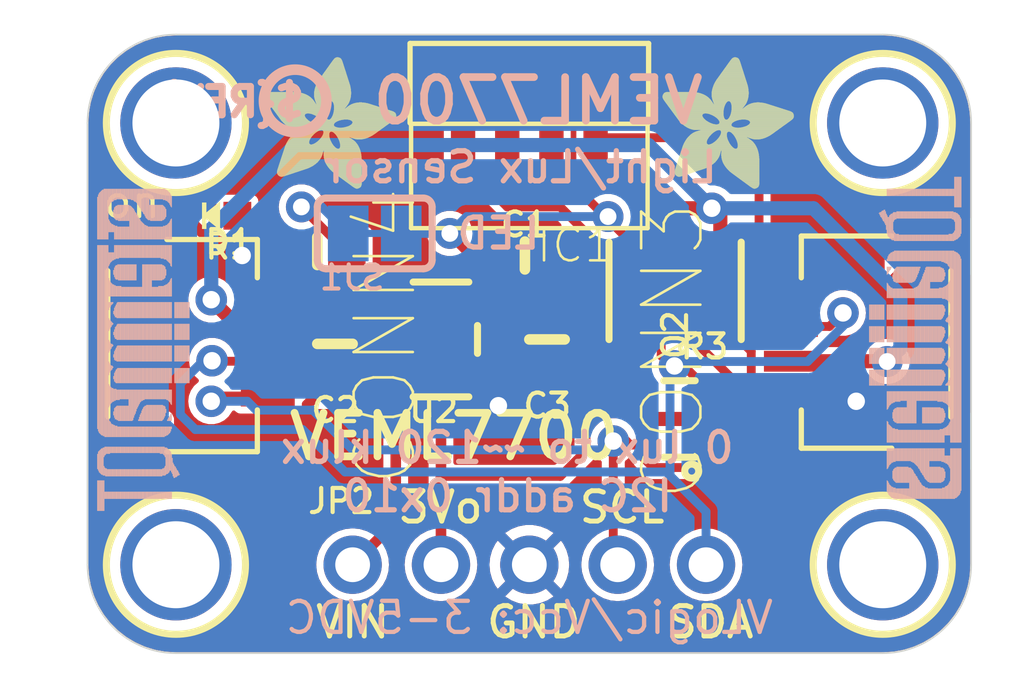
<source format=kicad_pcb>
(kicad_pcb (version 20221018) (generator pcbnew)
  (layers (0 "F.Cu" signal) (31 "B.Cu" signal) (34 "B.Paste" user) (35 "F.Paste" user) (36 "B.SilkS" user "B.Silkscreen") (37 "F.SilkS" user "F.Silkscreen") (38 "B.Mask" user) (39 "F.Mask" user) (44 "Edge.Cuts" user))
  (net 0 "")
  (net 1 "GND")
  (net 2 "SDA")
  (net 3 "SCL")
  (net 4 "SCL_3V")
  (net 5 "SDA_3V")
  (net 6 "3.3V")
  (net 7 "VCC")
  (net 8 "N$1")
  (net 9 "N$2")
  (footprint "working:FIDUCIAL_1MM" (layer "F.Cu") (at 155.8671 97.1296)
    (fp_text reference "FID4" hide)
    (fp_text value "FIDUCIAL_1MM" hide)
    (pad "1" smd roundrect (at 0 0) (size 1 1) (layers "F.Cu" "F.Mask") (roundrect_rratio 0.5))
  )
  (footprint "working:ADAFRUIT_3.5MM" (layer "F.Cu") (at 152.3111 100.5586)
    (fp_text reference "U$4" hide)
    (fp_text value "" hide)
  )
  (footprint "working:MOUNTINGHOLE_2.5_PLATED" (layer "F.Cu") (at 158.6611 111.3536)
    (fp_text reference "U$21" hide)
    (fp_text value "MOUNTINGHOLE2.5" hide)
    (pad "P$1" thru_hole circle (at 0 0) (size 3.2 3.2) (drill 2.5) (layers "*.Cu" "*.Mask"))
    (zone (net 0) (net_name "") (layer "F.Cu") (connect_pads (clearance 0)) (min_thickness 0.25)
      (keepout (tracks not_allowed) (vias not_allowed) (pads not_allowed) (copperpour not_allowed) (footprints allowed))
      (fill (thermal_gap 0.5) (thermal_bridge_width 0.5))
      (polygon (pts (xy 160.6771 111.3536) (xy 160.65748 111.073027) (xy 160.599004 110.797915) (xy 160.502808 110.533619) (xy 160.370765 110.285283) (xy 160.205446 110.05774) (xy 160.010067 109.85542) (xy 159.788433 109.68226) (xy 159.544856 109.541631) (xy 159.284078 109.43627) (xy 159.011175 109.368228) (xy 158.731457 109.338828) (xy 158.450371 109.348644) (xy 158.173385 109.397484) (xy 157.905893 109.484397) (xy 157.6531 109.607693) (xy 157.419926 109.76497) (xy 157.210911 109.953169) (xy 157.030122 110.168625) (xy 156.881078 110.407145) (xy 156.76668 110.664087) (xy 156.689154 110.93445) (xy 156.650011 111.212971) (xy 156.650011 111.494229) (xy 156.689154 111.77275) (xy 156.76668 112.043113) (xy 156.881078 112.300055) (xy 157.030122 112.538575) (xy 157.210911 112.754031) (xy 157.419926 112.94223) (xy 157.6531 113.099507) (xy 157.905893 113.222803) (xy 158.173385 113.309716) (xy 158.450371 113.358556) (xy 158.731457 113.368372) (xy 159.011175 113.338972) (xy 159.284078 113.27093) (xy 159.544856 113.165569) (xy 159.788433 113.02494) (xy 160.010067 112.85178) (xy 160.205446 112.64946) (xy 160.370765 112.421917) (xy 160.502808 112.173581) (xy 160.599004 111.909285) (xy 160.65748 111.634173)))
      (polygon (pts (xy 158.6451 111.3536) (xy 158.649786 111.364914) (xy 158.6611 111.3696) (xy 158.672414 111.364914) (xy 158.6771 111.3536) (xy 158.672414 111.342286) (xy 158.6611 111.3376) (xy 158.649786 111.342286)))
    )
    (zone (net 0) (net_name "") (layer "B.Cu") (connect_pads (clearance 0)) (min_thickness 0.25)
      (keepout (tracks not_allowed) (vias not_allowed) (pads not_allowed) (copperpour not_allowed) (footprints allowed))
      (fill (thermal_gap 0.5) (thermal_bridge_width 0.5))
      (polygon (pts (xy 160.6771 111.3536) (xy 160.65748 111.073027) (xy 160.599004 110.797915) (xy 160.502808 110.533619) (xy 160.370765 110.285283) (xy 160.205446 110.05774) (xy 160.010067 109.85542) (xy 159.788433 109.68226) (xy 159.544856 109.541631) (xy 159.284078 109.43627) (xy 159.011175 109.368228) (xy 158.731457 109.338828) (xy 158.450371 109.348644) (xy 158.173385 109.397484) (xy 157.905893 109.484397) (xy 157.6531 109.607693) (xy 157.419926 109.76497) (xy 157.210911 109.953169) (xy 157.030122 110.168625) (xy 156.881078 110.407145) (xy 156.76668 110.664087) (xy 156.689154 110.93445) (xy 156.650011 111.212971) (xy 156.650011 111.494229) (xy 156.689154 111.77275) (xy 156.76668 112.043113) (xy 156.881078 112.300055) (xy 157.030122 112.538575) (xy 157.210911 112.754031) (xy 157.419926 112.94223) (xy 157.6531 113.099507) (xy 157.905893 113.222803) (xy 158.173385 113.309716) (xy 158.450371 113.358556) (xy 158.731457 113.368372) (xy 159.011175 113.338972) (xy 159.284078 113.27093) (xy 159.544856 113.165569) (xy 159.788433 113.02494) (xy 160.010067 112.85178) (xy 160.205446 112.64946) (xy 160.370765 112.421917) (xy 160.502808 112.173581) (xy 160.599004 111.909285) (xy 160.65748 111.634173)))
      (polygon (pts (xy 158.6451 111.3536) (xy 158.649786 111.364914) (xy 158.6611 111.3696) (xy 158.672414 111.364914) (xy 158.6771 111.3536) (xy 158.672414 111.342286) (xy 158.6611 111.3376) (xy 158.649786 111.342286)))
    )
  )
  (footprint "working:0805-NO" (layer "F.Cu") (at 149.0091 104.8766 -90)
    (fp_text reference "C3" (at 1.905 -0.762) (layer "F.SilkS") (effects (font (size 0.692831 0.692831) (thickness 0.119969)) (justify right)))
    (fp_text value "10uF")
    (pad "1" smd rect (at -0.95 0 270) (size 1.24 1.5) (layers "F.Cu" "F.Paste" "F.Mask") (net 6 "3.3V"))
    (pad "2" smd rect (at 0.95 0 270) (size 1.24 1.5) (layers "F.Cu" "F.Paste" "F.Mask") (net 1 "GND"))
  )
  (footprint "working:SOT363" (layer "F.Cu") (at 152.8191 107.1626 90)
    (fp_text reference "Q2" (at 1.651 -0.127 90) (layer "F.SilkS") (effects (font (size 0.692831 0.692831) (thickness 0.119969)) (justify left)))
    (fp_text value "BSS138")
    (pad "1" smd rect (at -0.75 0.9 90) (size 0.5 0.5) (layers "F.Cu" "F.Paste" "F.Mask") (net 4 "SCL_3V"))
    (pad "2" smd rect (at 0 0.9 90) (size 0.4 0.5) (layers "F.Cu" "F.Paste" "F.Mask") (net 6 "3.3V"))
    (pad "3" smd rect (at 0.75 0.9 90) (size 0.5 0.5) (layers "F.Cu" "F.Paste" "F.Mask") (net 2 "SDA"))
    (pad "4" smd rect (at 0.75 -0.9 90) (size 0.5 0.5) (layers "F.Cu" "F.Paste" "F.Mask") (net 5 "SDA_3V"))
    (pad "5" smd rect (at 0 -0.9 90) (size 0.4 0.5) (layers "F.Cu" "F.Paste" "F.Mask") (net 6 "3.3V"))
    (pad "6" smd rect (at -0.75 -0.9 90) (size 0.5 0.5) (layers "F.Cu" "F.Paste" "F.Mask") (net 3 "SCL"))
  )
  (footprint "working:MOUNTINGHOLE_2.5_PLATED" (layer "F.Cu") (at 158.6611 98.6536)
    (fp_text reference "U$17" hide)
    (fp_text value "MOUNTINGHOLE2.5" hide)
    (pad "P$1" thru_hole circle (at 0 0) (size 3.2 3.2) (drill 2.5) (layers "*.Cu" "*.Mask"))
    (zone (net 0) (net_name "") (layer "F.Cu") (connect_pads (clearance 0)) (min_thickness 0.25)
      (keepout (tracks not_allowed) (vias not_allowed) (pads not_allowed) (copperpour not_allowed) (footprints allowed))
      (fill (thermal_gap 0.5) (thermal_bridge_width 0.5))
      (polygon (pts (xy 160.6771 98.6536) (xy 160.65748 98.373027) (xy 160.599004 98.097915) (xy 160.502808 97.833619) (xy 160.370765 97.585283) (xy 160.205446 97.35774) (xy 160.010067 97.15542) (xy 159.788433 96.98226) (xy 159.544856 96.841631) (xy 159.284078 96.73627) (xy 159.011175 96.668228) (xy 158.731457 96.638828) (xy 158.450371 96.648644) (xy 158.173385 96.697484) (xy 157.905893 96.784397) (xy 157.6531 96.907693) (xy 157.419926 97.06497) (xy 157.210911 97.253169) (xy 157.030122 97.468625) (xy 156.881078 97.707145) (xy 156.76668 97.964087) (xy 156.689154 98.23445) (xy 156.650011 98.512971) (xy 156.650011 98.794229) (xy 156.689154 99.07275) (xy 156.76668 99.343113) (xy 156.881078 99.600055) (xy 157.030122 99.838575) (xy 157.210911 100.054031) (xy 157.419926 100.24223) (xy 157.6531 100.399507) (xy 157.905893 100.522803) (xy 158.173385 100.609716) (xy 158.450371 100.658556) (xy 158.731457 100.668372) (xy 159.011175 100.638972) (xy 159.284078 100.57093) (xy 159.544856 100.465569) (xy 159.788433 100.32494) (xy 160.010067 100.15178) (xy 160.205446 99.94946) (xy 160.370765 99.721917) (xy 160.502808 99.473581) (xy 160.599004 99.209285) (xy 160.65748 98.934173)))
      (polygon (pts (xy 158.6451 98.6536) (xy 158.649786 98.664914) (xy 158.6611 98.6696) (xy 158.672414 98.664914) (xy 158.6771 98.6536) (xy 158.672414 98.642286) (xy 158.6611 98.6376) (xy 158.649786 98.642286)))
    )
    (zone (net 0) (net_name "") (layer "B.Cu") (connect_pads (clearance 0)) (min_thickness 0.25)
      (keepout (tracks not_allowed) (vias not_allowed) (pads not_allowed) (copperpour not_allowed) (footprints allowed))
      (fill (thermal_gap 0.5) (thermal_bridge_width 0.5))
      (polygon (pts (xy 160.6771 98.6536) (xy 160.65748 98.373027) (xy 160.599004 98.097915) (xy 160.502808 97.833619) (xy 160.370765 97.585283) (xy 160.205446 97.35774) (xy 160.010067 97.15542) (xy 159.788433 96.98226) (xy 159.544856 96.841631) (xy 159.284078 96.73627) (xy 159.011175 96.668228) (xy 158.731457 96.638828) (xy 158.450371 96.648644) (xy 158.173385 96.697484) (xy 157.905893 96.784397) (xy 157.6531 96.907693) (xy 157.419926 97.06497) (xy 157.210911 97.253169) (xy 157.030122 97.468625) (xy 156.881078 97.707145) (xy 156.76668 97.964087) (xy 156.689154 98.23445) (xy 156.650011 98.512971) (xy 156.650011 98.794229) (xy 156.689154 99.07275) (xy 156.76668 99.343113) (xy 156.881078 99.600055) (xy 157.030122 99.838575) (xy 157.210911 100.054031) (xy 157.419926 100.24223) (xy 157.6531 100.399507) (xy 157.905893 100.522803) (xy 158.173385 100.609716) (xy 158.450371 100.658556) (xy 158.731457 100.668372) (xy 159.011175 100.638972) (xy 159.284078 100.57093) (xy 159.544856 100.465569) (xy 159.788433 100.32494) (xy 160.010067 100.15178) (xy 160.205446 99.94946) (xy 160.370765 99.721917) (xy 160.502808 99.473581) (xy 160.599004 99.209285) (xy 160.65748 98.934173)))
      (polygon (pts (xy 158.6451 98.6536) (xy 158.649786 98.664914) (xy 158.6611 98.6696) (xy 158.672414 98.664914) (xy 158.6771 98.6536) (xy 158.672414 98.642286) (xy 158.6611 98.6376) (xy 158.649786 98.642286)))
    )
  )
  (footprint "working:1X05_ROUND" (layer "F.Cu") (at 148.5011 111.3536)
    (fp_text reference "JP2" (at -6.4262 -1.8288) (layer "F.SilkS") (effects (font (size 0.692831 0.692831) (thickness 0.119969)) (justify left)))
    (fp_text value "")
    (pad "1" thru_hole circle (at -5.08 0 90) (size 1.6764 1.6764) (drill 1) (layers "*.Cu" "*.Mask") (net 7 "VCC"))
    (pad "2" thru_hole circle (at -2.54 0 90) (size 1.6764 1.6764) (drill 1) (layers "*.Cu" "*.Mask") (net 6 "3.3V"))
    (pad "3" thru_hole circle (at 0 0 90) (size 1.6764 1.6764) (drill 1) (layers "*.Cu" "*.Mask") (net 1 "GND"))
    (pad "4" thru_hole circle (at 2.54 0 90) (size 1.6764 1.6764) (drill 1) (layers "*.Cu" "*.Mask") (net 3 "SCL"))
    (pad "5" thru_hole circle (at 5.08 0 90) (size 1.6764 1.6764) (drill 1) (layers "*.Cu" "*.Mask") (net 2 "SDA"))
  )
  (footprint "working:SOT23-5" (layer "F.Cu") (at 145.9611 104.8766 -90)
    (fp_text reference "U2" (at 2.032 -0.562) (layer "F.SilkS") (effects (font (size 0.692831 0.692831) (thickness 0.119969)) (justify right)))
    (fp_text value "AP2112K-3.3")
    (pad "1" smd rect (at -0.95 1.3001 270) (size 0.55 1.2) (layers "F.Cu" "F.Paste" "F.Mask") (net 7 "VCC"))
    (pad "2" smd rect (at 0 1.3001 270) (size 0.55 1.2) (layers "F.Cu" "F.Paste" "F.Mask") (net 1 "GND"))
    (pad "3" smd rect (at 0.95 1.3001 270) (size 0.55 1.2) (layers "F.Cu" "F.Paste" "F.Mask") (net 7 "VCC"))
    (pad "4" smd rect (at 0.95 -1.3001 270) (size 0.55 1.2) (layers "F.Cu" "F.Paste" "F.Mask"))
    (pad "5" smd rect (at -0.95 -1.3001 270) (size 0.55 1.2) (layers "F.Cu" "F.Paste" "F.Mask") (net 6 "3.3V"))
  )
  (footprint "working:FIDUCIAL_1MM" (layer "F.Cu") (at 140.8811 109.3216)
    (fp_text reference "FID3" hide)
    (fp_text value "FIDUCIAL_1MM" hide)
    (pad "1" smd roundrect (at 0 0) (size 1 1) (layers "F.Cu" "F.Mask") (roundrect_rratio 0.5))
  )
  (footprint "working:0603-NO" (layer "F.Cu") (at 142.4051 102.3366 180)
    (fp_text reference "R1" (at 1.778 0.127) (layer "F.SilkS") (effects (font (size 0.692831 0.692831) (thickness 0.119969)) (justify right)))
    (fp_text value "47K")
    (pad "1" smd rect (at -0.85 0 180) (size 1.075 1) (layers "F.Cu" "F.Paste" "F.Mask") (net 9 "N$2"))
    (pad "2" smd rect (at 0.85 0 180) (size 1.075 1) (layers "F.Cu" "F.Paste" "F.Mask") (net 8 "N$1"))
  )
  (footprint "working:MOUNTINGHOLE_2.5_PLATED" (layer "F.Cu") (at 138.3411 98.6536)
    (fp_text reference "U$1" hide)
    (fp_text value "MOUNTINGHOLE2.5" hide)
    (pad "P$1" thru_hole circle (at 0 0) (size 3.2 3.2) (drill 2.5) (layers "*.Cu" "*.Mask"))
    (zone (net 0) (net_name "") (layer "F.Cu") (connect_pads (clearance 0)) (min_thickness 0.25)
      (keepout (tracks not_allowed) (vias not_allowed) (pads not_allowed) (copperpour not_allowed) (footprints allowed))
      (fill (thermal_gap 0.5) (thermal_bridge_width 0.5))
      (polygon (pts (xy 140.3571 98.6536) (xy 140.33748 98.373027) (xy 140.279004 98.097915) (xy 140.182808 97.833619) (xy 140.050765 97.585283) (xy 139.885446 97.35774) (xy 139.690067 97.15542) (xy 139.468433 96.98226) (xy 139.224856 96.841631) (xy 138.964078 96.73627) (xy 138.691175 96.668228) (xy 138.411457 96.638828) (xy 138.130371 96.648644) (xy 137.853385 96.697484) (xy 137.585893 96.784397) (xy 137.3331 96.907693) (xy 137.099926 97.06497) (xy 136.890911 97.253169) (xy 136.710122 97.468625) (xy 136.561078 97.707145) (xy 136.44668 97.964087) (xy 136.369154 98.23445) (xy 136.330011 98.512971) (xy 136.330011 98.794229) (xy 136.369154 99.07275) (xy 136.44668 99.343113) (xy 136.561078 99.600055) (xy 136.710122 99.838575) (xy 136.890911 100.054031) (xy 137.099926 100.24223) (xy 137.3331 100.399507) (xy 137.585893 100.522803) (xy 137.853385 100.609716) (xy 138.130371 100.658556) (xy 138.411457 100.668372) (xy 138.691175 100.638972) (xy 138.964078 100.57093) (xy 139.224856 100.465569) (xy 139.468433 100.32494) (xy 139.690067 100.15178) (xy 139.885446 99.94946) (xy 140.050765 99.721917) (xy 140.182808 99.473581) (xy 140.279004 99.209285) (xy 140.33748 98.934173)))
      (polygon (pts (xy 138.3251 98.6536) (xy 138.329786 98.664914) (xy 138.3411 98.6696) (xy 138.352414 98.664914) (xy 138.3571 98.6536) (xy 138.352414 98.642286) (xy 138.3411 98.6376) (xy 138.329786 98.642286)))
    )
    (zone (net 0) (net_name "") (layer "B.Cu") (connect_pads (clearance 0)) (min_thickness 0.25)
      (keepout (tracks not_allowed) (vias not_allowed) (pads not_allowed) (copperpour not_allowed) (footprints allowed))
      (fill (thermal_gap 0.5) (thermal_bridge_width 0.5))
      (polygon (pts (xy 140.3571 98.6536) (xy 140.33748 98.373027) (xy 140.279004 98.097915) (xy 140.182808 97.833619) (xy 140.050765 97.585283) (xy 139.885446 97.35774) (xy 139.690067 97.15542) (xy 139.468433 96.98226) (xy 139.224856 96.841631) (xy 138.964078 96.73627) (xy 138.691175 96.668228) (xy 138.411457 96.638828) (xy 138.130371 96.648644) (xy 137.853385 96.697484) (xy 137.585893 96.784397) (xy 137.3331 96.907693) (xy 137.099926 97.06497) (xy 136.890911 97.253169) (xy 136.710122 97.468625) (xy 136.561078 97.707145) (xy 136.44668 97.964087) (xy 136.369154 98.23445) (xy 136.330011 98.512971) (xy 136.330011 98.794229) (xy 136.369154 99.07275) (xy 136.44668 99.343113) (xy 136.561078 99.600055) (xy 136.710122 99.838575) (xy 136.890911 100.054031) (xy 137.099926 100.24223) (xy 137.3331 100.399507) (xy 137.585893 100.522803) (xy 137.853385 100.609716) (xy 138.130371 100.658556) (xy 138.411457 100.668372) (xy 138.691175 100.638972) (xy 138.964078 100.57093) (xy 139.224856 100.465569) (xy 139.468433 100.32494) (xy 139.690067 100.15178) (xy 139.885446 99.94946) (xy 140.050765 99.721917) (xy 140.182808 99.473581) (xy 140.279004 99.209285) (xy 140.33748 98.934173)))
      (polygon (pts (xy 138.3251 98.6536) (xy 138.329786 98.664914) (xy 138.3411 98.6696) (xy 138.352414 98.664914) (xy 138.3571 98.6536) (xy 138.352414 98.642286) (xy 138.3411 98.6376) (xy 138.329786 98.642286)))
    )
  )
  (footprint "working:MOUNTINGHOLE_2.5_PLATED" (layer "F.Cu") (at 138.3411 111.3536)
    (fp_text reference "U$19" hide)
    (fp_text value "MOUNTINGHOLE2.5" hide)
    (pad "P$1" thru_hole circle (at 0 0) (size 3.2 3.2) (drill 2.5) (layers "*.Cu" "*.Mask"))
    (zone (net 0) (net_name "") (layer "F.Cu") (connect_pads (clearance 0)) (min_thickness 0.25)
      (keepout (tracks not_allowed) (vias not_allowed) (pads not_allowed) (copperpour not_allowed) (footprints allowed))
      (fill (thermal_gap 0.5) (thermal_bridge_width 0.5))
      (polygon (pts (xy 140.3571 111.3536) (xy 140.33748 111.073027) (xy 140.279004 110.797915) (xy 140.182808 110.533619) (xy 140.050765 110.285283) (xy 139.885446 110.05774) (xy 139.690067 109.85542) (xy 139.468433 109.68226) (xy 139.224856 109.541631) (xy 138.964078 109.43627) (xy 138.691175 109.368228) (xy 138.411457 109.338828) (xy 138.130371 109.348644) (xy 137.853385 109.397484) (xy 137.585893 109.484397) (xy 137.3331 109.607693) (xy 137.099926 109.76497) (xy 136.890911 109.953169) (xy 136.710122 110.168625) (xy 136.561078 110.407145) (xy 136.44668 110.664087) (xy 136.369154 110.93445) (xy 136.330011 111.212971) (xy 136.330011 111.494229) (xy 136.369154 111.77275) (xy 136.44668 112.043113) (xy 136.561078 112.300055) (xy 136.710122 112.538575) (xy 136.890911 112.754031) (xy 137.099926 112.94223) (xy 137.3331 113.099507) (xy 137.585893 113.222803) (xy 137.853385 113.309716) (xy 138.130371 113.358556) (xy 138.411457 113.368372) (xy 138.691175 113.338972) (xy 138.964078 113.27093) (xy 139.224856 113.165569) (xy 139.468433 113.02494) (xy 139.690067 112.85178) (xy 139.885446 112.64946) (xy 140.050765 112.421917) (xy 140.182808 112.173581) (xy 140.279004 111.909285) (xy 140.33748 111.634173)))
      (polygon (pts (xy 138.3251 111.3536) (xy 138.329786 111.364914) (xy 138.3411 111.3696) (xy 138.352414 111.364914) (xy 138.3571 111.3536) (xy 138.352414 111.342286) (xy 138.3411 111.3376) (xy 138.329786 111.342286)))
    )
    (zone (net 0) (net_name "") (layer "B.Cu") (connect_pads (clearance 0)) (min_thickness 0.25)
      (keepout (tracks not_allowed) (vias not_allowed) (pads not_allowed) (copperpour not_allowed) (footprints allowed))
      (fill (thermal_gap 0.5) (thermal_bridge_width 0.5))
      (polygon (pts (xy 140.3571 111.3536) (xy 140.33748 111.073027) (xy 140.279004 110.797915) (xy 140.182808 110.533619) (xy 140.050765 110.285283) (xy 139.885446 110.05774) (xy 139.690067 109.85542) (xy 139.468433 109.68226) (xy 139.224856 109.541631) (xy 138.964078 109.43627) (xy 138.691175 109.368228) (xy 138.411457 109.338828) (xy 138.130371 109.348644) (xy 137.853385 109.397484) (xy 137.585893 109.484397) (xy 137.3331 109.607693) (xy 137.099926 109.76497) (xy 136.890911 109.953169) (xy 136.710122 110.168625) (xy 136.561078 110.407145) (xy 136.44668 110.664087) (xy 136.369154 110.93445) (xy 136.330011 111.212971) (xy 136.330011 111.494229) (xy 136.369154 111.77275) (xy 136.44668 112.043113) (xy 136.561078 112.300055) (xy 136.710122 112.538575) (xy 136.890911 112.754031) (xy 137.099926 112.94223) (xy 137.3331 113.099507) (xy 137.585893 113.222803) (xy 137.853385 113.309716) (xy 138.130371 113.358556) (xy 138.411457 113.368372) (xy 138.691175 113.338972) (xy 138.964078 113.27093) (xy 139.224856 113.165569) (xy 139.468433 113.02494) (xy 139.690067 112.85178) (xy 139.885446 112.64946) (xy 140.050765 112.421917) (xy 140.182808 112.173581) (xy 140.279004 111.909285) (xy 140.33748 111.634173)))
      (polygon (pts (xy 138.3251 111.3536) (xy 138.329786 111.364914) (xy 138.3411 111.3696) (xy 138.352414 111.364914) (xy 138.3571 111.3536) (xy 138.352414 111.342286) (xy 138.3411 111.3376) (xy 138.329786 111.342286)))
    )
  )
  (footprint "working:RESPACK_4X0603" (layer "F.Cu") (at 152.6921 103.4796 180)
    (fp_text reference "R3" (at -1.6 -1.6) (layer "F.SilkS") (effects (font (size 0.692831 0.692831) (thickness 0.119969)) (justify right)))
    (fp_text value "4.7K")
    (pad "1" smd rect (at -1.3 0.85 180) (size 0.45 0.9) (layers "F.Cu" "F.Paste" "F.Mask") (net 7 "VCC"))
    (pad "2" smd rect (at -0.4 0.85 180) (size 0.45 0.9) (layers "F.Cu" "F.Paste" "F.Mask") (net 6 "3.3V"))
    (pad "3" smd rect (at 0.4 0.85 180) (size 0.45 0.9) (layers "F.Cu" "F.Paste" "F.Mask") (net 7 "VCC"))
    (pad "4" smd rect (at 1.3 0.85 180) (size 0.45 0.9) (layers "F.Cu" "F.Paste" "F.Mask") (net 6 "3.3V"))
    (pad "5" smd rect (at 1.3 -0.85 180) (size 0.45 0.9) (layers "F.Cu" "F.Paste" "F.Mask") (net 5 "SDA_3V"))
    (pad "6" smd rect (at 0.4 -0.85 180) (size 0.45 0.9) (layers "F.Cu" "F.Paste" "F.Mask") (net 2 "SDA"))
    (pad "7" smd rect (at -0.4 -0.85 180) (size 0.45 0.9) (layers "F.Cu" "F.Paste" "F.Mask") (net 4 "SCL_3V"))
    (pad "8" smd rect (at -1.3 -0.85 180) (size 0.45 0.9) (layers "F.Cu" "F.Paste" "F.Mask") (net 3 "SCL"))
  )
  (footprint "working:0603-NO" (layer "F.Cu") (at 148.3741 102.4636)
    (fp_text reference "C1" (at -0.762 -0.889) (layer "F.SilkS") (effects (font (size 0.692831 0.692831) (thickness 0.119969)) (justify left)))
    (fp_text value "0.1uF")
    (pad "1" smd rect (at -0.85 0) (size 1.075 1) (layers "F.Cu" "F.Paste" "F.Mask") (net 6 "3.3V"))
    (pad "2" smd rect (at 0.85 0) (size 1.075 1) (layers "F.Cu" "F.Paste" "F.Mask") (net 1 "GND"))
  )
  (footprint "working:JST_SH4" (layer "F.Cu") (at 138.4681 105.0036 -90)
    (fp_text reference "CONN4" (at -4.6 -5.9 90) (layer "F.SilkS") (effects (font (size 1.703222 1.703222) (thickness 0.074778)) (justify right)))
    (fp_text value "STEMMA_I2C_QT" hide)
    (pad "1" smd rect (at -1.5 -2.514) (size 1.55 0.6) (layers "F.Cu" "F.Paste" "F.Mask") (net 1 "GND"))
    (pad "2" smd rect (at -0.5 -2.514) (size 1.55 0.6) (layers "F.Cu" "F.Paste" "F.Mask") (net 7 "VCC"))
    (pad "3" smd rect (at 0.5 -2.514) (size 1.55 0.6) (layers "F.Cu" "F.Paste" "F.Mask") (net 2 "SDA"))
    (pad "4" smd rect (at 1.5 -2.514) (size 1.55 0.6) (layers "F.Cu" "F.Paste" "F.Mask") (net 3 "SCL"))
    (pad "MT1" smd rect (at -2.8 1.386) (size 1.8 1.2) (layers "F.Cu" "F.Paste" "F.Mask") (net 1 "GND"))
    (pad "MT2" smd rect (at 2.8 1.386) (size 1.8 1.2) (layers "F.Cu" "F.Paste" "F.Mask") (net 1 "GND"))
  )
  (footprint "working:0805-NO" (layer "F.Cu") (at 142.9131 105.0036 -90)
    (fp_text reference "C2" (at 1.905 -0.762) (layer "F.SilkS") (effects (font (size 0.692831 0.692831) (thickness 0.119969)) (justify right)))
    (fp_text value "10uF")
    (pad "1" smd rect (at -0.95 0 270) (size 1.24 1.5) (layers "F.Cu" "F.Paste" "F.Mask") (net 7 "VCC"))
    (pad "2" smd rect (at 0.95 0 270) (size 1.24 1.5) (layers "F.Cu" "F.Paste" "F.Mask") (net 1 "GND"))
  )
  (footprint "working:JST_SH4" (layer "F.Cu") (at 158.5341 105.0036 90)
    (fp_text reference "CONN3" (at -4.6 -5.9 90) (layer "F.SilkS") (effects (font (size 1.703222 1.703222) (thickness 0.074778)) (justify left)))
    (fp_text value "STEMMA_I2C_QT" hide)
    (pad "1" smd rect (at -1.5 -2.514 180) (size 1.55 0.6) (layers "F.Cu" "F.Paste" "F.Mask") (net 1 "GND"))
    (pad "2" smd rect (at -0.5 -2.514 180) (size 1.55 0.6) (layers "F.Cu" "F.Paste" "F.Mask") (net 7 "VCC"))
    (pad "3" smd rect (at 0.5 -2.514 180) (size 1.55 0.6) (layers "F.Cu" "F.Paste" "F.Mask") (net 2 "SDA"))
    (pad "4" smd rect (at 1.5 -2.514 180) (size 1.55 0.6) (layers "F.Cu" "F.Paste" "F.Mask") (net 3 "SCL"))
    (pad "MT1" smd rect (at -2.8 1.386 180) (size 1.8 1.2) (layers "F.Cu" "F.Paste" "F.Mask") (net 1 "GND"))
    (pad "MT2" smd rect (at 2.8 1.386 180) (size 1.8 1.2) (layers "F.Cu" "F.Paste" "F.Mask") (net 1 "GND"))
  )
  (footprint "working:VEML7700" (layer "F.Cu") (at 148.5011 100.1776 180)
    (fp_text reference "IC1" (at -2.5 -2) (layer "F.SilkS") (effects (font (size 0.9264 0.9264) (thickness 0.0736)) (justify right)))
    (fp_text value "VEML7700")
    (pad "1" smd rect (at -1.905 1.1 90) (size 1.6 0.7) (layers "F.Cu" "F.Paste" "F.Mask") (net 4 "SCL_3V"))
    (pad "2" smd rect (at -0.635 1.1 90) (size 1.6 0.7) (layers "F.Cu" "F.Paste" "F.Mask") (net 6 "3.3V"))
    (pad "3" smd rect (at 0.635 1.1 90) (size 1.6 0.7) (layers "F.Cu" "F.Paste" "F.Mask") (net 1 "GND"))
    (pad "4" smd rect (at 1.905 1.1 90) (size 1.6 0.7) (layers "F.Cu" "F.Paste" "F.Mask") (net 5 "SDA_3V"))
  )
  (footprint "working:CHIPLED_0603_NOOUTLINE" (layer "F.Cu") (at 139.3571 101.3206 90)
    (fp_text reference "D1" (at -0.762 1.27) (layer "F.SilkS") (effects (font (size 0.692831 0.692831) (thickness 0.119969)) (justify right)))
    (fp_text value "GREEN")
    (pad "A" smd rect (at 0 0.75 90) (size 0.8 0.8) (layers "F.Cu" "F.Paste" "F.Mask") (net 8 "N$1"))
    (pad "C" smd rect (at 0 -0.75 90) (size 0.8 0.8) (layers "F.Cu" "F.Paste" "F.Mask") (net 1 "GND"))
  )
  (footprint "working:ADAFRUIT_3.5MM" (layer "F.Cu") (at 140.8811 100.5586)
    (fp_text reference "U$22" hide)
    (fp_text value "" hide)
  )
  (footprint "working:PCBFEAT-REV-040" (layer "B.Cu") (at 141.7701 98.0186 180)
    (fp_text reference "U$25" hide)
    (fp_text value "" hide)
    (fp_text user "${REV}" (at -0.3556 -0.508) (layer "B.SilkS") (effects (font (size 0.8128 0.8128) (thickness 0.2032)) (justify left bottom mirror)))
  )
  (footprint "working:STEMMAQT" (layer "B.Cu") (at 158.2801 109.4486 90)
    (fp_text reference "U$30" hide)
    (fp_text value "" hide)
  )
  (footprint "working:KATTNI_STOP" (layer "B.Cu") (at 151.5491 106.0196 180)
    (fp_text reference "U$2" hide)
    (fp_text value "" hide)
  )
  (footprint "working:STEMMAQT" (layer "B.Cu") (at 138.7221 100.5586 -90)
    (fp_text reference "U$31" hide)
    (fp_text value "" hide)
  )
  (footprint "working:SOLDERJUMPER_CLOSEDWIRE" (layer "B.Cu") (at 144.0561 101.8286)
    (fp_text reference "SJ1" (at -1.651 1.27) (layer "B.SilkS") (effects (font (size 0.692831 0.692831) (thickness 0.119969)) (justify right mirror)))
    (fp_text value "")
    (pad "1" smd rect (at -0.762 0) (size 1.1684 1.6002) (layers "B.Cu") (net 9 "N$2"))
    (pad "2" smd rect (at 0.762 0) (size 1.1684 1.6002) (layers "B.Cu") (net 6 "3.3V"))
    (pad "WIRE" smd rect (at 0 0 180) (size 0.635 0.2032) (layers "B.Cu"))
  )
  (gr_line (start 151.9301 96.3676) (end 151.9301 98.6536) (stroke (width 0.1524)) (layer "F.SilkS"))
  (gr_line (start 145.0721 98.6536) (end 145.0721 96.3676) (stroke (width 0.1524)) (layer "F.SilkS"))
  (gr_line (start 145.0721 96.3676) (end 151.9301 96.3676) (stroke (width 0.1524)) (layer "F.SilkS"))
  (gr_arc (start 161.2011 111.3536) (mid 160.457151 113.149651) (end 158.6611 113.8936) (stroke (width 0.05)) (layer "Edge.Cuts"))
  (gr_line (start 135.8011 98.6536) (end 135.8011 111.3536) (stroke (width 0.05)) (layer "Edge.Cuts"))
  (gr_arc (start 158.6611 96.1136) (mid 160.457151 96.857549) (end 161.2011 98.6536) (stroke (width 0.05)) (layer "Edge.Cuts"))
  (gr_line (start 158.6611 96.1136) (end 138.3411 96.1136) (stroke (width 0.05)) (layer "Edge.Cuts"))
  (gr_arc (start 135.8011 98.6536) (mid 136.545049 96.857549) (end 138.3411 96.1136) (stroke (width 0.05)) (layer "Edge.Cuts"))
  (gr_arc (start 138.3411 113.8936) (mid 136.545049 113.149651) (end 135.8011 111.3536) (stroke (width 0.05)) (layer "Edge.Cuts"))
  (gr_line (start 138.3411 113.8936) (end 158.6611 113.8936) (stroke (width 0.05)) (layer "Edge.Cuts"))
  (gr_line (start 161.2011 111.3536) (end 161.2011 98.6536) (stroke (width 0.05)) (layer "Edge.Cuts"))
  (gr_text "LED" (at 147.6121 101.8286) (layer "B.SilkS") (effects (font (size 0.8636 0.8636) (thickness 0.1524)) (justify mirror)))
  (gr_text "VLogic/Vcc: 3-5VDC" (at 148.5011 112.8776) (layer "B.SilkS") (effects (font (size 0.89408 0.89408) (thickness 0.12192)) (justify mirror)))
  (gr_text "Light/Lux Sensor" (at 148.2471 99.9236) (layer "B.SilkS") (effects (font (size 0.8636 0.8636) (thickness 0.1524)) (justify mirror)))
  (gr_text "0 lux to ~~120 klux\nI2C addr 0x10" (at 147.8661 108.6866) (layer "B.SilkS") (effects (font (size 0.8636 0.8636) (thickness 0.1524)) (justify mirror)))
  (gr_text "VEML7700" (at 148.7551 98.0186) (layer "B.SilkS") (effects (font (size 1.25222 1.25222) (thickness 0.22098)) (justify mirror)))
  (gr_text "SDA" (at 153.7081 113.0046) (layer "F.SilkS") (effects (font (size 0.87376 0.87376) (thickness 0.14224))))
  (gr_text "SCL" (at 151.1681 109.7026) (layer "F.SilkS") (effects (font (size 0.87376 0.87376) (thickness 0.14224))))
  (gr_text "on" (at 136.1821 101.4476) (layer "F.SilkS") (effects (font (size 0.89408 0.89408) (thickness 0.12192)) (justify left bottom)))
  (gr_text "3Vo" (at 145.9611 109.7026) (layer "F.SilkS") (effects (font (size 0.87376 0.87376) (thickness 0.14224))))
  (gr_text "GND" (at 148.6281 113.0046) (layer "F.SilkS") (effects (font (size 0.87376 0.87376) (thickness 0.14224))))
  (gr_text "VEML7700" (at 146.3421 107.6706) (layer "F.SilkS") (effects (font (size 1.25222 1.25222) (thickness 0.22098))))
  (gr_text "VIN" (at 143.4211 113.0046) (layer "F.SilkS") (effects (font (size 0.87376 0.87376) (thickness 0.14224))))
  (segment (start 140.9821 103.5036) (end 140.9051 103.5036) (width 0.4064) (layer "F.Cu") (net 1))
  (segment (start 139.239281 100.822) (end 139.629681 100.4316) (width 0.3048) (layer "F.Cu") (net 1))
  (segment (start 139.1057 100.822) (end 139.239281 100.822) (width 0.3048) (layer "F.Cu") (net 1))
  (segment (start 140.2461 102.8446) (end 140.2461 102.4636) (width 0.4064) (layer "F.Cu") (net 1))
  (segment (start 143.0401 105.9536) (end 142.9131 105.9536) (width 0.3048) (layer "F.Cu") (net 1))
  (segment (start 140.9051 103.5036) (end 140.2461 102.8446) (width 0.4064) (layer "F.Cu") (net 1))
  (segment (start 144.661 104.8766) (end 144.1171 104.8766) (width 0.3048) (layer "F.Cu") (net 1))
  (segment (start 138.6071 101.3206) (end 139.1057 100.822) (width 0.3048) (layer "F.Cu") (net 1))
  (segment (start 144.1171 104.8766) (end 143.0401 105.9536) (width 0.3048) (layer "F.Cu") (net 1))
  (segment (start 139.629681 100.4316) (end 139.9921 100.4316) (width 0.3048) (layer "F.Cu") (net 1))
  (via (at 157.8991 106.6546) (size 0.9064) (drill 0.5) (layers "F.Cu" "B.Cu") (net 1))
  (via (at 140.2461 102.4636) (size 0.9064) (drill 0.5) (layers "F.Cu" "B.Cu") (net 1))
  (via (at 147.6121 106.7816) (size 0.9064) (drill 0.5) (layers "F.Cu" "B.Cu") (net 1))
  (segment (start 152.5851 105.6386) (end 152.2921 105.3456) (width 0.254) (layer "F.Cu") (net 2))
  (segment (start 153.7191 106.4126) (end 152.9451 105.6386) (width 0.254) (layer "F.Cu") (net 2))
  (segment (start 157.1291 104.5036) (end 157.5181 104.1146) (width 0.254) (layer "F.Cu") (net 2))
  (segment (start 152.6731 105.6386) (end 152.9451 105.6386) (width 0.254) (layer "F.Cu") (net 2))
  (segment (start 156.0201 104.5036) (end 157.1291 104.5036) (width 0.254) (layer "F.Cu") (net 2))
  (segment (start 139.379706 105.5036) (end 139.379706 105.488994) (width 0.254) (layer "F.Cu") (net 2))
  (segment (start 152.2921 104.3296) (end 152.2921 105.3456) (width 0.254) (layer "F.Cu") (net 2))
  (segment (start 152.6731 105.6386) (end 152.5851 105.6386) (width 0.254) (layer "F.Cu") (net 2))
  (segment (start 140.9821 105.5036) (end 139.379706 105.5036) (width 0.254) (layer "F.Cu") (net 2))
  (via (at 157.5181 104.1146) (size 0.9064) (drill 0.5) (layers "F.Cu" "B.Cu") (net 2))
  (via (at 152.6731 105.6386) (size 0.9064) (drill 0.5) (layers "F.Cu" "B.Cu") (net 2))
  (via (at 139.379706 105.488994) (size 0.9064) (drill 0.5) (layers "F.Cu" "B.Cu") (net 2))
  (segment (start 138.4681 107.0356) (end 138.8999 107.4674) (width 0.254) (layer "B.Cu") (net 2))
  (segment (start 156.5021 105.5116) (end 152.5461 105.5116) (width 0.254) (layer "B.Cu") (net 2))
  (segment (start 143.2022 108.6866) (end 152.4381 108.6866) (width 0.254) (layer "B.Cu") (net 2))
  (segment (start 141.983 107.4674) (end 143.2022 108.6866) (width 0.254) (layer "B.Cu") (net 2))
  (segment (start 157.5181 104.1146) (end 157.5181 104.4956) (width 0.254) (layer "B.Cu") (net 2))
  (segment (start 157.5181 104.4956) (end 156.5021 105.5116) (width 0.254) (layer "B.Cu") (net 2))
  (segment (start 152.6731 105.6386) (end 152.5461 105.5116) (width 0.254) (layer "B.Cu") (net 2))
  (segment (start 139.379706 105.488994) (end 139.125706 105.488994) (width 0.254) (layer "B.Cu") (net 2))
  (segment (start 139.125706 105.488994) (end 138.4681 106.1466) (width 0.254) (layer "B.Cu") (net 2))
  (segment (start 152.4381 108.6866) (end 152.5461 108.7946) (width 0.254) (layer "B.Cu") (net 2))
  (segment (start 152.5461 105.5116) (end 152.5461 108.7946) (width 0.254) (layer "B.Cu") (net 2))
  (segment (start 138.8999 107.4674) (end 141.983 107.4674) (width 0.254) (layer "B.Cu") (net 2))
  (segment (start 153.5811 111.3536) (end 153.5811 109.8296) (width 0.254) (layer "B.Cu") (net 2))
  (segment (start 153.5811 109.8296) (end 152.5461 108.7946) (width 0.254) (layer "B.Cu") (net 2))
  (segment (start 138.4681 106.1466) (end 138.4681 107.0356) (width 0.254) (layer "B.Cu") (net 2))
  (segment (start 140.9821 106.5036) (end 139.5081 106.5036) (width 0.254) (layer "F.Cu") (net 3))
  (segment (start 152.0571 108.5596) (end 151.7916 108.2941) (width 0.254) (layer "F.Cu") (net 3))
  (segment (start 151.0411 111.3536) (end 150.9141 111.2266) (width 0.254) (layer "F.Cu") (net 3))
  (segment (start 150.9141 107.7976) (end 150.9141 111.2266) (width 0.254) (layer "F.Cu") (net 3))
  (segment (start 151.9191 107.9126) (end 151.4101 107.9126) (width 0.254) (layer "F.Cu") (net 3))
  (segment (start 154.8811 105.2186) (end 154.8811 107.7676) (width 0.254) (layer "F.Cu") (net 3))
  (segment (start 155.7661 103.5036) (end 155.5121 103.7576) (width 0.254) (layer "F.Cu") (net 3))
  (segment (start 151.4101 107.9126) (end 151.2951 107.7976) (width 0.254) (layer "F.Cu") (net 3))
  (segment (start 155.0721 103.7576) (end 154.5001 104.3296) (width 0.254) (layer "F.Cu") (net 3))
  (segment (start 155.5121 103.7576) (end 155.0721 103.7576) (width 0.254) (layer "F.Cu") (net 3))
  (segment (start 151.7916 108.2941) (end 151.7916 108.0401) (width 0.254) (layer "F.Cu") (net 3))
  (segment (start 151.9191 107.9126) (end 151.7916 108.0401) (width 0.254) (layer "F.Cu") (net 3))
  (segment (start 156.0201 103.5036) (end 155.7661 103.5036) (width 0.254) (layer "F.Cu") (net 3))
  (segment (start 153.9921 104.3296) (end 154.8811 105.2186) (width 0.254) (layer "F.Cu") (net 3))
  (segment (start 153.9921 104.3296) (end 154.5001 104.3296) (width 0.254) (layer "F.Cu") (net 3))
  (segment (start 154.8811 107.7676) (end 154.0891 108.5596) (width 0.254) (layer "F.Cu") (net 3))
  (segment (start 139.5081 106.5036) (end 139.3571 106.6546) (width 0.254) (layer "F.Cu") (net 3))
  (segment (start 154.0891 108.5596) (end 152.0571 108.5596) (width 0.254) (layer "F.Cu") (net 3))
  (segment (start 151.2951 107.7976) (end 150.9141 107.7976) (width 0.254) (layer "F.Cu") (net 3))
  (via (at 150.9141 107.7976) (size 0.9064) (drill 0.5) (layers "F.Cu" "B.Cu") (net 3))
  (via (at 139.3571 106.6546) (size 0.9064) (drill 0.5) (layers "F.Cu" "B.Cu") (net 3))
  (segment (start 142.2781 106.9086) (end 140.650262 106.9086) (width 0.254) (layer "B.Cu") (net 3))
  (segment (start 150.6601 108.0516) (end 143.4211 108.0516) (width 0.254) (layer "B.Cu") (net 3))
  (segment (start 150.6601 108.0516) (end 150.9141 107.7976) (width 0.254) (layer "B.Cu") (net 3))
  (segment (start 140.396262 106.6546) (end 140.650262 106.9086) (width 0.254) (layer "B.Cu") (net 3))
  (segment (start 139.3571 106.6546) (end 140.396262 106.6546) (width 0.254) (layer "B.Cu") (net 3))
  (segment (start 143.4211 108.0516) (end 142.2781 106.9086) (width 0.254) (layer "B.Cu") (net 3))
  (segment (start 153.4541 103.4796) (end 154.4701 103.4796) (width 0.254) (layer "F.Cu") (net 4))
  (segment (start 153.7191 107.9126) (end 153.9279 107.9126) (width 0.254) (layer "F.Cu") (net 4))
  (segment (start 153.7511 99.0776) (end 150.4061 99.0776) (width 0.254) (layer "F.Cu") (net 4))
  (segment (start 155.1051 100.4316) (end 153.7511 99.0776) (width 0.254) (layer "F.Cu") (net 4))
  (segment (start 154.4701 103.4796) (end 155.1051 102.8446) (width 0.254) (layer "F.Cu") (net 4))
  (segment (start 154.4239 106.1004) (end 154.4239 107.4166) (width 0.254) (layer "F.Cu") (net 4))
  (segment (start 153.4541 103.4796) (end 153.0921 103.8416) (width 0.254) (layer "F.Cu") (net 4))
  (segment (start 154.4239 107.4166) (end 153.9279 107.9126) (width 0.254) (layer "F.Cu") (net 4))
  (segment (start 153.0921 104.3296) (end 153.0921 103.8416) (width 0.254) (layer "F.Cu") (net 4))
  (segment (start 153.0921 104.7686) (end 154.4239 106.1004) (width 0.254) (layer "F.Cu") (net 4))
  (segment (start 155.1051 102.8446) (end 155.1051 100.4316) (width 0.254) (layer "F.Cu") (net 4))
  (segment (start 153.0921 104.3296) (end 153.0921 104.7686) (width 0.254) (layer "F.Cu") (net 4))
  (segment (start 147.8661 101.0666) (end 149.3901 101.0666) (width 0.254) (layer "F.Cu") (net 5))
  (segment (start 146.5961 99.7966) (end 147.8661 101.0666) (width 0.254) (layer "F.Cu") (net 5))
  (segment (start 146.5961 99.0776) (end 146.5961 99.7966) (width 0.254) (layer "F.Cu") (net 5))
  (segment (start 150.7571 103.6946) (end 151.3921 104.3296) (width 0.254) (layer "F.Cu") (net 5))
  (segment (start 151.9191 106.1266) (end 151.9191 106.4126) (width 0.254) (layer "F.Cu") (net 5))
  (segment (start 151.3921 104.3296) (end 151.3921 105.5996) (width 0.254) (layer "F.Cu") (net 5))
  (segment (start 151.9191 106.1266) (end 151.3921 105.5996) (width 0.254) (layer "F.Cu") (net 5))
  (segment (start 150.7571 102.4336) (end 150.7571 103.6946) (width 0.254) (layer "F.Cu") (net 5))
  (segment (start 150.7571 102.4336) (end 149.3901 101.0666) (width 0.254) (layer "F.Cu") (net 5))
  (segment (start 150.1307 108.073) (end 149.3901 108.8136) (width 0.254) (layer "F.Cu") (net 6))
  (segment (start 146.9111 103.9266) (end 147.2612 103.9266) (width 0.3048) (layer "F.Cu") (net 6))
  (segment (start 149.1361 99.7966) (end 150.763396 101.423897) (width 0.254) (layer "F.Cu") (net 6))
  (segment (start 151.3921 102.6296) (end 151.3921 103.1956) (width 0.3048) (layer "F.Cu") (net 6))
  (segment (start 147.5241 102.4636) (end 147.5241 103.6637) (width 0.3048) (layer "F.Cu") (net 6))
  (segment (start 149.1361 99.0776) (end 149.1361 99.7966) (width 0.254) (layer "F.Cu") (net 6))
  (segment (start 151.6761 103.4796) (end 151.3921 103.1956) (width 0.3048) (layer "F.Cu") (net 6))
  (segment (start 147.2612 103.9266) (end 149.0091 103.9266) (width 0.3048) (layer "F.Cu") (net 6))
  (segment (start 147.5241 102.4636) (end 146.8501 102.4636) (width 0.3048) (layer "F.Cu") (net 6))
  (segment (start 150.763396 101.423897) (end 151.3921 102.0526) (width 0.254) (layer "F.Cu") (net 6))
  (segment (start 151.9191 107.1626) (end 151.6761 107.1626) (width 0.254) (layer "F.Cu") (net 6))
  (segment (start 145.9611 108.8136) (end 145.9611 106.4006) (width 0.3048) (layer "F.Cu") (net 6))
  (segment (start 146.2151 104.6226) (end 146.9111 103.9266) (width 0.3048) (layer "F.Cu") (net 6))
  (segment (start 147.5241 103.6637) (end 147.2612 103.9266) (width 0.3048) (layer "F.Cu") (net 6))
  (segment (start 151.5277 107.0142) (end 150.5896 107.0142) (width 0.254) (layer "F.Cu") (net 6))
  (segment (start 151.3921 102.0526) (end 151.3921 102.6296) (width 0.254) (layer "F.Cu") (net 6))
  (segment (start 149.3901 108.8136) (end 145.9611 108.8136) (width 0.254) (layer "F.Cu") (net 6))
  (segment (start 146.8501 102.4636) (end 146.2151 101.8286) (width 0.3048) (layer "F.Cu") (net 6))
  (segment (start 150.5896 107.0142) (end 150.1307 107.4731) (width 0.254) (layer "F.Cu") (net 6))
  (segment (start 152.7111 103.4796) (end 151.6761 103.4796) (width 0.3048) (layer "F.Cu") (net 6))
  (segment (start 153.0921 102.6296) (end 153.0921 103.0986) (width 0.3048) (layer "F.Cu") (net 6))
  (segment (start 145.9611 111.3536) (end 145.9611 108.8136) (width 0.3048) (layer "F.Cu") (net 6))
  (segment (start 150.763396 101.344304) (end 150.763396 101.423897) (width 0.254) (layer "F.Cu") (net 6))
  (segment (start 153.0921 103.0986) (end 152.7111 103.4796) (width 0.3048) (layer "F.Cu") (net 6))
  (segment (start 151.6761 107.1626) (end 151.5277 107.0142) (width 0.254) (layer "F.Cu") (net 6))
  (segment (start 146.2151 106.1466) (end 146.2151 104.6226) (width 0.3048) (layer "F.Cu") (net 6))
  (segment (start 145.9611 106.4006) (end 146.2151 106.1466) (width 0.3048) (layer "F.Cu") (net 6))
  (segment (start 151.9191 107.1626) (end 153.7191 107.1626) (width 0.4064) (layer "F.Cu") (net 6))
  (segment (start 150.1307 107.4731) (end 150.1307 108.073) (width 0.254) (layer "F.Cu") (net 6))
  (via (at 146.2151 101.8286) (size 0.889) (drill 0.4826) (layers "F.Cu" "B.Cu") (net 6))
  (via (at 150.763396 101.344304) (size 0.889) (drill 0.4826) (layers "F.Cu" "B.Cu") (net 6))
  (segment (start 146.2151 101.8286) (end 146.699396 101.344304) (width 0.254) (layer "B.Cu") (net 6))
  (segment (start 146.699396 101.344304) (end 150.763396 101.344304) (width 0.254) (layer "B.Cu") (net 6))
  (segment (start 144.8181 101.8286) (end 146.2151 101.8286) (width 0.254) (layer "B.Cu") (net 6))
  (segment (start 145.7071 103.8606) (end 144.727 103.8606) (width 0.3048) (layer "F.Cu") (net 7))
  (segment (start 152.2921 101.5936) (end 152.7801 101.1056) (width 0.4064) (layer "F.Cu") (net 7))
  (segment (start 152.7801 101.1056) (end 153.7471 101.1056) (width 0.4064) (layer "F.Cu") (net 7))
  (segment (start 144.661 105.8266) (end 145.7071 105.8266) (width 0.3048) (layer "F.Cu") (net 7))
  (segment (start 144.661 105.8266) (end 144.661 110.1137) (width 0.3048) (layer "F.Cu") (net 7))
  (segment (start 145.7071 105.8266) (end 145.7071 103.8606) (width 0.3048) (layer "F.Cu") (net 7))
  (segment (start 144.727 103.8606) (end 144.661 103.9266) (width 0.3048) (layer "F.Cu") (net 7))
  (segment (start 142.1511 104.0536) (end 142.9131 104.0536) (width 0.3048) (layer "F.Cu") (net 7))
  (segment (start 142.1511 104.0536) (end 141.7011 104.5036) (width 0.3048) (layer "F.Cu") (net 7))
  (segment (start 140.9821 104.5036) (end 140.1271 104.5036) (width 0.4064) (layer "F.Cu") (net 7))
  (segment (start 142.9131 104.0536) (end 143.0401 103.9266) (width 0.3048) (layer "F.Cu") (net 7))
  (segment (start 158.7801 105.5036) (end 158.7881 105.5116) (width 0.4064) (layer "F.Cu") (net 7))
  (segment (start 140.9821 104.5036) (end 141.7011 104.5036) (width 0.3048) (layer "F.Cu") (net 7))
  (segment (start 140.1271 104.5036) (end 139.3571 103.7336) (width 0.4064) (layer "F.Cu") (net 7))
  (segment (start 152.2921 102.6296) (end 152.2921 101.5936) (width 0.4064) (layer "F.Cu") (net 7))
  (segment (start 153.7471 101.1056) (end 153.8651 101.1056) (width 0.4064) (layer "F.Cu") (net 7))
  (segment (start 153.9921 102.6296) (end 153.9921 101.2326) (width 0.4064) (layer "F.Cu") (net 7))
  (segment (start 156.0201 105.5036) (end 158.7801 105.5036) (width 0.4064) (layer "F.Cu") (net 7))
  (segment (start 143.0401 103.9266) (end 144.661 103.9266) (width 0.3048) (layer "F.Cu") (net 7))
  (segment (start 153.9921 101.2326) (end 153.8651 101.1056) (width 0.4064) (layer "F.Cu") (net 7))
  (segment (start 144.661 110.1137) (end 143.4211 111.3536) (width 0.3048) (layer "F.Cu") (net 7))
  (via (at 153.7471 101.1056) (size 0.9064) (drill 0.5) (layers "F.Cu" "B.Cu") (net 7))
  (via (at 139.3571 103.7336) (size 0.9064) (drill 0.5) (layers "F.Cu" "B.Cu") (net 7))
  (via (at 158.7881 105.5116) (size 0.889) (drill 0.4826) (layers "F.Cu" "B.Cu") (net 7))
  (segment (start 159.1691 103.6066) (end 159.1691 105.1306) (width 0.4064) (layer "B.Cu") (net 7))
  (segment (start 141.7701 99.2886) (end 139.3571 101.7016) (width 0.4064) (layer "B.Cu") (net 7))
  (segment (start 153.7471 101.1056) (end 151.9301 99.2886) (width 0.4064) (layer "B.Cu") (net 7))
  (segment (start 151.9301 99.2886) (end 141.7701 99.2886) (width 0.4064) (layer "B.Cu") (net 7))
  (segment (start 156.6681 101.1056) (end 153.7471 101.1056) (width 0.4064) (layer "B.Cu") (net 7))
  (segment (start 158.7881 105.5116) (end 159.1691 105.1306) (width 0.4064) (layer "B.Cu") (net 7))
  (segment (start 139.3571 101.7016) (end 139.3571 103.7336) (width 0.4064) (layer "B.Cu") (net 7))
  (segment (start 159.1691 103.6066) (end 156.6681 101.1056) (width 0.4064) (layer "B.Cu") (net 7))
  (segment (start 141.5531 102.3366) (end 140.5371 101.3206) (width 0.254) (layer "F.Cu") (net 8))
  (segment (start 141.5551 102.3366) (end 141.5531 102.3366) (width 0.254) (layer "F.Cu") (net 8))
  (segment (start 140.1071 101.3206) (end 140.5371 101.3206) (width 0.254) (layer "F.Cu") (net 8))
  (segment (start 143.2179 102.3366) (end 141.9479 101.0666) (width 0.254) (layer "F.Cu") (net 9))
  (segment (start 143.2551 102.3366) (end 143.2179 102.3366) (width 0.254) (layer "F.Cu") (net 9))
  (via (at 141.9479 101.0666) (size 0.889) (drill 0.4826) (layers "F.Cu" "B.Cu") (net 9))
  (segment (start 142.5321 101.0666) (end 143.2941 101.8286) (width 0.254) (layer "B.Cu") (net 9))
  (segment (start 141.9479 101.0666) (end 142.5321 101.0666) (width 0.254) (layer "B.Cu") (net 9))
  (zone (net 1) (net_name "GND") (layer "F.Cu") (priority 6) (connect_pads (clearance 0.000001)) (min_thickness 0.127) (fill yes (thermal_gap 0.304) (thermal_bridge_width 0.304))
    (polygon (pts (xy 161.3281 114.0206) (xy 135.6741 114.0206) (xy 135.6741 95.9866) (xy 161.3281 95.9866)))
  )
  (zone (net 1) (net_name "GND") (layer "B.Cu") (priority 6) (connect_pads (clearance 0.000001)) (min_thickness 0.127) (fill yes (thermal_gap 0.304) (thermal_bridge_width 0.304))
    (polygon (pts (xy 161.3281 114.0206) (xy 135.6741 114.0206) (xy 135.6741 95.9866) (xy 161.3281 95.9866)))
  )
)
</source>
